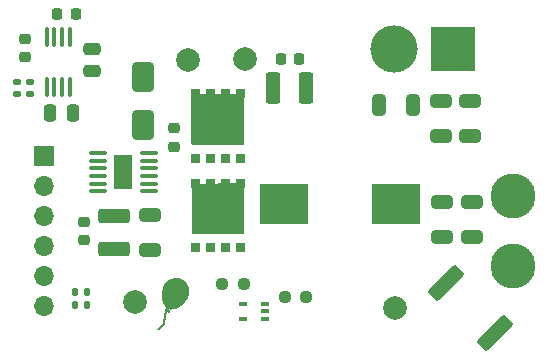
<source format=gts>
G04 #@! TF.GenerationSoftware,KiCad,Pcbnew,8.0.1*
G04 #@! TF.CreationDate,2024-10-28T21:22:42-04:00*
G04 #@! TF.ProjectId,cutdown,63757464-6f77-46e2-9e6b-696361645f70,rev?*
G04 #@! TF.SameCoordinates,Original*
G04 #@! TF.FileFunction,Soldermask,Top*
G04 #@! TF.FilePolarity,Negative*
%FSLAX46Y46*%
G04 Gerber Fmt 4.6, Leading zero omitted, Abs format (unit mm)*
G04 Created by KiCad (PCBNEW 8.0.1) date 2024-10-28 21:22:42*
%MOMM*%
%LPD*%
G01*
G04 APERTURE LIST*
G04 Aperture macros list*
%AMRoundRect*
0 Rectangle with rounded corners*
0 $1 Rounding radius*
0 $2 $3 $4 $5 $6 $7 $8 $9 X,Y pos of 4 corners*
0 Add a 4 corners polygon primitive as box body*
4,1,4,$2,$3,$4,$5,$6,$7,$8,$9,$2,$3,0*
0 Add four circle primitives for the rounded corners*
1,1,$1+$1,$2,$3*
1,1,$1+$1,$4,$5*
1,1,$1+$1,$6,$7*
1,1,$1+$1,$8,$9*
0 Add four rect primitives between the rounded corners*
20,1,$1+$1,$2,$3,$4,$5,0*
20,1,$1+$1,$4,$5,$6,$7,0*
20,1,$1+$1,$6,$7,$8,$9,0*
20,1,$1+$1,$8,$9,$2,$3,0*%
G04 Aperture macros list end*
%ADD10C,0.000000*%
%ADD11C,0.002645*%
%ADD12C,0.182463*%
%ADD13R,1.700000X1.700000*%
%ADD14O,1.700000X1.700000*%
%ADD15RoundRect,0.237500X0.250000X0.237500X-0.250000X0.237500X-0.250000X-0.237500X0.250000X-0.237500X0*%
%ADD16RoundRect,0.237500X-0.250000X-0.237500X0.250000X-0.237500X0.250000X0.237500X-0.250000X0.237500X0*%
%ADD17RoundRect,0.100000X0.225000X0.100000X-0.225000X0.100000X-0.225000X-0.100000X0.225000X-0.100000X0*%
%ADD18RoundRect,0.250000X-0.325000X-0.650000X0.325000X-0.650000X0.325000X0.650000X-0.325000X0.650000X0*%
%ADD19RoundRect,0.225000X-0.250000X0.225000X-0.250000X-0.225000X0.250000X-0.225000X0.250000X0.225000X0*%
%ADD20C,2.000000*%
%ADD21RoundRect,0.250000X-0.250000X-0.475000X0.250000X-0.475000X0.250000X0.475000X-0.250000X0.475000X0*%
%ADD22RoundRect,0.135000X-0.135000X-0.185000X0.135000X-0.185000X0.135000X0.185000X-0.135000X0.185000X0*%
%ADD23R,4.400000X4.300000*%
%ADD24R,0.650000X0.630000*%
%ADD25RoundRect,0.250000X0.650000X-0.325000X0.650000X0.325000X-0.650000X0.325000X-0.650000X-0.325000X0*%
%ADD26R,4.100000X3.500000*%
%ADD27RoundRect,0.225000X-0.225000X-0.250000X0.225000X-0.250000X0.225000X0.250000X-0.225000X0.250000X0*%
%ADD28RoundRect,0.225000X0.250000X-0.225000X0.250000X0.225000X-0.250000X0.225000X-0.250000X-0.225000X0*%
%ADD29RoundRect,0.250000X-0.375000X-1.075000X0.375000X-1.075000X0.375000X1.075000X-0.375000X1.075000X0*%
%ADD30RoundRect,0.100000X-0.625000X-0.100000X0.625000X-0.100000X0.625000X0.100000X-0.625000X0.100000X0*%
%ADD31R,1.650000X2.850000*%
%ADD32RoundRect,0.250000X-0.650000X0.325000X-0.650000X-0.325000X0.650000X-0.325000X0.650000X0.325000X0*%
%ADD33RoundRect,0.135000X0.185000X-0.135000X0.185000X0.135000X-0.185000X0.135000X-0.185000X-0.135000X0*%
%ADD34RoundRect,0.135000X0.135000X0.185000X-0.135000X0.185000X-0.135000X-0.185000X0.135000X-0.185000X0*%
%ADD35RoundRect,0.100000X0.100000X-0.712500X0.100000X0.712500X-0.100000X0.712500X-0.100000X-0.712500X0*%
%ADD36RoundRect,0.250000X-1.263953X-0.751301X-0.751301X-1.263953X1.263953X0.751301X0.751301X1.263953X0*%
%ADD37R,3.800000X3.800000*%
%ADD38C,4.000000*%
%ADD39C,3.800000*%
%ADD40RoundRect,0.250000X-0.475000X0.250000X-0.475000X-0.250000X0.475000X-0.250000X0.475000X0.250000X0*%
%ADD41RoundRect,0.250000X1.075000X-0.375000X1.075000X0.375000X-1.075000X0.375000X-1.075000X-0.375000X0*%
%ADD42RoundRect,0.250000X0.650000X-1.000000X0.650000X1.000000X-0.650000X1.000000X-0.650000X-1.000000X0*%
G04 APERTURE END LIST*
D10*
G36*
X133505000Y-104340672D02*
G01*
X132715000Y-104340672D01*
X132715000Y-103570672D01*
X133505000Y-103570672D01*
X133505000Y-104340672D01*
G37*
G36*
X133505000Y-109810816D02*
G01*
X132715000Y-109810816D01*
X132715000Y-109040816D01*
X133505000Y-109040816D01*
X133505000Y-109810816D01*
G37*
G36*
X134775000Y-104340672D02*
G01*
X133985000Y-104340672D01*
X133985000Y-103570672D01*
X134775000Y-103570672D01*
X134775000Y-104340672D01*
G37*
G36*
X134775000Y-109810816D02*
G01*
X133985000Y-109810816D01*
X133985000Y-109040816D01*
X134775000Y-109040816D01*
X134775000Y-109810816D01*
G37*
G36*
X136045000Y-104340672D02*
G01*
X135255000Y-104340672D01*
X135255000Y-103570672D01*
X136045000Y-103570672D01*
X136045000Y-104340672D01*
G37*
G36*
X136045000Y-109810816D02*
G01*
X135255000Y-109810816D01*
X135255000Y-109040816D01*
X136045000Y-109040816D01*
X136045000Y-109810816D01*
G37*
G36*
X137315000Y-104340672D02*
G01*
X136525000Y-104340672D01*
X136525000Y-103570672D01*
X137315000Y-103570672D01*
X137315000Y-104340672D01*
G37*
G36*
X137315000Y-109810816D02*
G01*
X136525000Y-109810816D01*
X136525000Y-109040816D01*
X137315000Y-109040816D01*
X137315000Y-109810816D01*
G37*
G36*
X137244999Y-108235943D02*
G01*
X135015000Y-108235943D01*
X135015000Y-103945543D01*
X137244999Y-103945543D01*
X137244999Y-108235943D01*
G37*
D11*
X131466044Y-111983588D02*
X131492913Y-111984655D01*
X131519800Y-111986395D01*
X131546690Y-111988812D01*
X131573574Y-111991912D01*
X131600439Y-111995700D01*
X131627274Y-112000180D01*
X131654067Y-112005358D01*
X131680806Y-112011238D01*
X131707480Y-112017826D01*
X131734077Y-112025126D01*
X131760585Y-112033144D01*
X131786993Y-112041883D01*
X131813289Y-112051350D01*
X131839462Y-112061549D01*
X131865499Y-112072486D01*
X131916543Y-112096307D01*
X131965782Y-112122482D01*
X132013183Y-112150917D01*
X132058708Y-112181517D01*
X132102322Y-112214189D01*
X132143990Y-112248837D01*
X132183674Y-112285369D01*
X132221341Y-112323689D01*
X132256953Y-112363704D01*
X132290476Y-112405319D01*
X132321872Y-112448440D01*
X132351108Y-112492973D01*
X132378146Y-112538823D01*
X132402951Y-112585897D01*
X132425488Y-112634101D01*
X132445720Y-112683339D01*
X132463612Y-112733518D01*
X132479128Y-112784544D01*
X132492232Y-112836322D01*
X132502889Y-112888759D01*
X132511062Y-112941760D01*
X132516716Y-112995230D01*
X132519815Y-113049076D01*
X132520324Y-113103204D01*
X132518206Y-113157518D01*
X132513426Y-113211926D01*
X132505949Y-113266333D01*
X132495737Y-113320644D01*
X132482756Y-113374766D01*
X132466970Y-113428604D01*
X132448343Y-113482064D01*
X132426839Y-113535052D01*
X132375155Y-113639981D01*
X132311341Y-113746035D01*
X132236576Y-113851709D01*
X132152043Y-113955499D01*
X132058922Y-114055901D01*
X131958395Y-114151411D01*
X131851643Y-114240525D01*
X131739848Y-114321739D01*
X131624191Y-114393550D01*
X131565283Y-114425458D01*
X131505853Y-114454452D01*
X131446048Y-114480342D01*
X131386016Y-114502942D01*
X131325904Y-114522062D01*
X131265860Y-114537516D01*
X131206033Y-114549114D01*
X131146568Y-114556669D01*
X131087615Y-114559994D01*
X131029320Y-114558899D01*
X130971832Y-114553197D01*
X130915299Y-114542701D01*
X130859866Y-114527221D01*
X130805684Y-114506570D01*
X130753656Y-114480974D01*
X130704562Y-114450940D01*
X130658364Y-114416705D01*
X130615027Y-114378505D01*
X130574513Y-114336576D01*
X130536785Y-114291155D01*
X130501805Y-114242477D01*
X130469538Y-114190779D01*
X130439945Y-114136297D01*
X130412990Y-114079267D01*
X130366846Y-113958507D01*
X130330809Y-113830389D01*
X130304584Y-113696803D01*
X130287873Y-113559637D01*
X130280382Y-113420782D01*
X130281813Y-113282125D01*
X130291871Y-113145557D01*
X130310259Y-113012967D01*
X130336682Y-112886245D01*
X130370843Y-112767278D01*
X130412447Y-112657958D01*
X130449526Y-112580864D01*
X130491688Y-112507828D01*
X130538617Y-112438979D01*
X130589997Y-112374444D01*
X130645516Y-112314351D01*
X130704856Y-112258830D01*
X130767704Y-112208008D01*
X130833745Y-112162012D01*
X130902662Y-112120971D01*
X130974143Y-112085014D01*
X131047871Y-112054268D01*
X131123532Y-112028861D01*
X131200810Y-112008922D01*
X131279391Y-111994578D01*
X131358960Y-111985957D01*
X131439202Y-111983189D01*
X131466044Y-111983588D01*
G36*
X131466044Y-111983588D02*
G01*
X131492913Y-111984655D01*
X131519800Y-111986395D01*
X131546690Y-111988812D01*
X131573574Y-111991912D01*
X131600439Y-111995700D01*
X131627274Y-112000180D01*
X131654067Y-112005358D01*
X131680806Y-112011238D01*
X131707480Y-112017826D01*
X131734077Y-112025126D01*
X131760585Y-112033144D01*
X131786993Y-112041883D01*
X131813289Y-112051350D01*
X131839462Y-112061549D01*
X131865499Y-112072486D01*
X131916543Y-112096307D01*
X131965782Y-112122482D01*
X132013183Y-112150917D01*
X132058708Y-112181517D01*
X132102322Y-112214189D01*
X132143990Y-112248837D01*
X132183674Y-112285369D01*
X132221341Y-112323689D01*
X132256953Y-112363704D01*
X132290476Y-112405319D01*
X132321872Y-112448440D01*
X132351108Y-112492973D01*
X132378146Y-112538823D01*
X132402951Y-112585897D01*
X132425488Y-112634101D01*
X132445720Y-112683339D01*
X132463612Y-112733518D01*
X132479128Y-112784544D01*
X132492232Y-112836322D01*
X132502889Y-112888759D01*
X132511062Y-112941760D01*
X132516716Y-112995230D01*
X132519815Y-113049076D01*
X132520324Y-113103204D01*
X132518206Y-113157518D01*
X132513426Y-113211926D01*
X132505949Y-113266333D01*
X132495737Y-113320644D01*
X132482756Y-113374766D01*
X132466970Y-113428604D01*
X132448343Y-113482064D01*
X132426839Y-113535052D01*
X132375155Y-113639981D01*
X132311341Y-113746035D01*
X132236576Y-113851709D01*
X132152043Y-113955499D01*
X132058922Y-114055901D01*
X131958395Y-114151411D01*
X131851643Y-114240525D01*
X131739848Y-114321739D01*
X131624191Y-114393550D01*
X131565283Y-114425458D01*
X131505853Y-114454452D01*
X131446048Y-114480342D01*
X131386016Y-114502942D01*
X131325904Y-114522062D01*
X131265860Y-114537516D01*
X131206033Y-114549114D01*
X131146568Y-114556669D01*
X131087615Y-114559994D01*
X131029320Y-114558899D01*
X130971832Y-114553197D01*
X130915299Y-114542701D01*
X130859866Y-114527221D01*
X130805684Y-114506570D01*
X130753656Y-114480974D01*
X130704562Y-114450940D01*
X130658364Y-114416705D01*
X130615027Y-114378505D01*
X130574513Y-114336576D01*
X130536785Y-114291155D01*
X130501805Y-114242477D01*
X130469538Y-114190779D01*
X130439945Y-114136297D01*
X130412990Y-114079267D01*
X130366846Y-113958507D01*
X130330809Y-113830389D01*
X130304584Y-113696803D01*
X130287873Y-113559637D01*
X130280382Y-113420782D01*
X130281813Y-113282125D01*
X130291871Y-113145557D01*
X130310259Y-113012967D01*
X130336682Y-112886245D01*
X130370843Y-112767278D01*
X130412447Y-112657958D01*
X130449526Y-112580864D01*
X130491688Y-112507828D01*
X130538617Y-112438979D01*
X130589997Y-112374444D01*
X130645516Y-112314351D01*
X130704856Y-112258830D01*
X130767704Y-112208008D01*
X130833745Y-112162012D01*
X130902662Y-112120971D01*
X130974143Y-112085014D01*
X131047871Y-112054268D01*
X131123532Y-112028861D01*
X131200810Y-112008922D01*
X131279391Y-111994578D01*
X131358960Y-111985957D01*
X131439202Y-111983189D01*
X131466044Y-111983588D01*
G37*
X130926125Y-114459209D02*
X130863874Y-114831478D01*
X130528141Y-114685296D01*
X130758257Y-114386105D01*
X130926125Y-114459209D01*
G36*
X130926125Y-114459209D02*
G01*
X130863874Y-114831478D01*
X130528141Y-114685296D01*
X130758257Y-114386105D01*
X130926125Y-114459209D01*
G37*
D12*
X130713908Y-114700721D02*
X130708136Y-114707524D01*
X130708136Y-114707524D02*
X130692516Y-114727270D01*
X130692516Y-114727270D02*
X130681806Y-114741686D01*
X130681806Y-114741686D02*
X130669587Y-114758964D01*
X130669587Y-114758964D02*
X130656176Y-114778980D01*
X130656176Y-114778980D02*
X130641891Y-114801610D01*
X130641891Y-114801610D02*
X130627049Y-114826730D01*
X130627049Y-114826730D02*
X130611968Y-114854214D01*
X130611968Y-114854214D02*
X130604437Y-114868805D01*
X130604437Y-114868805D02*
X130596965Y-114883940D01*
X130596965Y-114883940D02*
X130589593Y-114899604D01*
X130589593Y-114899604D02*
X130582359Y-114915781D01*
X130582359Y-114915781D02*
X130575304Y-114932457D01*
X130575304Y-114932457D02*
X130568467Y-114949615D01*
X130568467Y-114949615D02*
X130561887Y-114967240D01*
X130561887Y-114967240D02*
X130555605Y-114985316D01*
X130555605Y-114985316D02*
X130549661Y-115003829D01*
X130549661Y-115003829D02*
X130544093Y-115022761D01*
X130544093Y-115022761D02*
X130538942Y-115042098D01*
X130538942Y-115042098D02*
X130534248Y-115061824D01*
X130534248Y-115061824D02*
X130534248Y-115061824D01*
X130534248Y-115061824D02*
X130529096Y-115089945D01*
X130529096Y-115089945D02*
X130524747Y-115123706D01*
X130524747Y-115123706D02*
X130517827Y-115205318D01*
X130517827Y-115205318D02*
X130506715Y-115405029D01*
X130506715Y-115405029D02*
X130500017Y-115511777D01*
X130500017Y-115511777D02*
X130490887Y-115615554D01*
X130490887Y-115615554D02*
X130485018Y-115664555D01*
X130485018Y-115664555D02*
X130478070Y-115710685D01*
X130478070Y-115710685D02*
X130469889Y-115753233D01*
X130469889Y-115753233D02*
X130460315Y-115791492D01*
X130460315Y-115791492D02*
X130460315Y-115791492D01*
X130460315Y-115791492D02*
X130453086Y-115813267D01*
X130453086Y-115813267D02*
X130443899Y-115835413D01*
X130443899Y-115835413D02*
X130432900Y-115857861D01*
X130432900Y-115857861D02*
X130420230Y-115880542D01*
X130420230Y-115880542D02*
X130406035Y-115903385D01*
X130406035Y-115903385D02*
X130390456Y-115926321D01*
X130390456Y-115926321D02*
X130355722Y-115972194D01*
X130355722Y-115972194D02*
X130317176Y-116017601D01*
X130317176Y-116017601D02*
X130275965Y-116061987D01*
X130275965Y-116061987D02*
X130233236Y-116104792D01*
X130233236Y-116104792D02*
X130190135Y-116145459D01*
X130190135Y-116145459D02*
X130147810Y-116183430D01*
X130147810Y-116183430D02*
X130107407Y-116218148D01*
X130107407Y-116218148D02*
X130036956Y-116275593D01*
X130036956Y-116275593D02*
X129969585Y-116326903D01*
D10*
G36*
X133495000Y-96770528D02*
G01*
X132705000Y-96770528D01*
X132705000Y-96000528D01*
X133495000Y-96000528D01*
X133495000Y-96770528D01*
G37*
G36*
X133495000Y-102240672D02*
G01*
X132705000Y-102240672D01*
X132705000Y-101470672D01*
X133495000Y-101470672D01*
X133495000Y-102240672D01*
G37*
G36*
X135005000Y-100665799D02*
G01*
X132775001Y-100665799D01*
X132775001Y-96375399D01*
X135005000Y-96375399D01*
X135005000Y-100665799D01*
G37*
G36*
X134765000Y-96770528D02*
G01*
X133975000Y-96770528D01*
X133975000Y-96000528D01*
X134765000Y-96000528D01*
X134765000Y-96770528D01*
G37*
G36*
X134765000Y-102240672D02*
G01*
X133975000Y-102240672D01*
X133975000Y-101470672D01*
X134765000Y-101470672D01*
X134765000Y-102240672D01*
G37*
G36*
X136035000Y-96770528D02*
G01*
X135245000Y-96770528D01*
X135245000Y-96000528D01*
X136035000Y-96000528D01*
X136035000Y-96770528D01*
G37*
G36*
X136035000Y-102240672D02*
G01*
X135245000Y-102240672D01*
X135245000Y-101470672D01*
X136035000Y-101470672D01*
X136035000Y-102240672D01*
G37*
G36*
X137305000Y-96770528D02*
G01*
X136515000Y-96770528D01*
X136515000Y-96000528D01*
X137305000Y-96000528D01*
X137305000Y-96770528D01*
G37*
G36*
X137305000Y-102240672D02*
G01*
X136515000Y-102240672D01*
X136515000Y-101470672D01*
X137305000Y-101470672D01*
X137305000Y-102240672D01*
G37*
G36*
X137234999Y-100665799D02*
G01*
X135005000Y-100665799D01*
X135005000Y-96375399D01*
X137234999Y-96375399D01*
X137234999Y-100665799D01*
G37*
D13*
X120300000Y-101650000D03*
D14*
X120300000Y-104190000D03*
X120300000Y-106730000D03*
X120300000Y-109270000D03*
X120300000Y-111810000D03*
X120300000Y-114350000D03*
D15*
X137212500Y-112500000D03*
X135387500Y-112500000D03*
D16*
X140687500Y-113600000D03*
X142512500Y-113600000D03*
D17*
X137150000Y-115450000D03*
X137150000Y-114150000D03*
X139050000Y-114150000D03*
X139050000Y-114800000D03*
X139050000Y-115450000D03*
D18*
X148625000Y-97300000D03*
X151575000Y-97300000D03*
D19*
X118662500Y-91737500D03*
X118662500Y-93287500D03*
X131300000Y-99300000D03*
X131300000Y-100850000D03*
D20*
X132500000Y-93500000D03*
D21*
X120837500Y-98012500D03*
X122737500Y-98012500D03*
D22*
X122890000Y-114300000D03*
X123910000Y-114300000D03*
D23*
X135015000Y-106108228D03*
D24*
X133110000Y-103955672D03*
X134380000Y-103955672D03*
X135650000Y-103955672D03*
X136920000Y-103955672D03*
X136920000Y-109425816D03*
X133110000Y-109425816D03*
X134380000Y-109425816D03*
X135650000Y-109425816D03*
D25*
X156400000Y-99975000D03*
X156400000Y-97025000D03*
D26*
X140600000Y-105700000D03*
X150100000Y-105700000D03*
D27*
X140325000Y-93400000D03*
X141875000Y-93400000D03*
D28*
X123700000Y-108775000D03*
X123700000Y-107225000D03*
D29*
X139700000Y-95900000D03*
X142500000Y-95900000D03*
D30*
X124850000Y-101400000D03*
X124850000Y-102050000D03*
X124850000Y-102700000D03*
X124850000Y-103350000D03*
X124850000Y-104000000D03*
X124850000Y-104650000D03*
X129150000Y-104650000D03*
X129150000Y-104000000D03*
X129150000Y-103350000D03*
X129150000Y-102700000D03*
X129150000Y-102050000D03*
X129150000Y-101400000D03*
D31*
X127000000Y-103025000D03*
D23*
X135005000Y-98620600D03*
D24*
X133100000Y-96385528D03*
X134370000Y-96385528D03*
X135640000Y-96385528D03*
X136910000Y-96385528D03*
X136910000Y-101855672D03*
X133100000Y-101855672D03*
X134370000Y-101855672D03*
X135640000Y-101855672D03*
D32*
X154000000Y-105525000D03*
X154000000Y-108475000D03*
D33*
X118000000Y-96410000D03*
X118000000Y-95390000D03*
D34*
X123910000Y-113200000D03*
X122890000Y-113200000D03*
D20*
X150000000Y-114500000D03*
X137324129Y-93421197D03*
D35*
X120512500Y-95825000D03*
X121162500Y-95825000D03*
X121812500Y-95825000D03*
X122462500Y-95825000D03*
X122462500Y-91600000D03*
X121812500Y-91600000D03*
X121162500Y-91600000D03*
X120512500Y-91600000D03*
D36*
X154305196Y-112405196D03*
X158494804Y-116594804D03*
D32*
X156500000Y-105525000D03*
X156500000Y-108475000D03*
X129300000Y-106625000D03*
X129300000Y-109575000D03*
D37*
X154900000Y-92600000D03*
D38*
X149900000Y-92600000D03*
D39*
X160000000Y-105000000D03*
D40*
X124387500Y-92562500D03*
X124387500Y-94462500D03*
D41*
X126200000Y-109500000D03*
X126200000Y-106700000D03*
D27*
X121425000Y-89600000D03*
X122975000Y-89600000D03*
D20*
X128000000Y-114000000D03*
D42*
X128700000Y-99000000D03*
X128700000Y-95000000D03*
D33*
X119100000Y-96410000D03*
X119100000Y-95390000D03*
D39*
X160000000Y-111000000D03*
D25*
X153900000Y-99975000D03*
X153900000Y-97025000D03*
M02*

</source>
